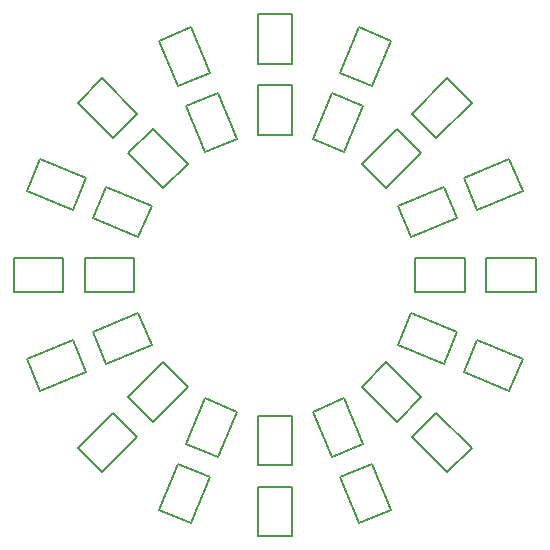
<source format=gto>
G04*
G04 #@! TF.GenerationSoftware,Altium Limited,CircuitStudio,1.5.2 (30)*
G04*
G04 Layer_Color=15065295*
%FSLAX25Y25*%
%MOIN*%
G70*
G01*
G75*
%ADD21C,0.00500*%
D21*
X696791Y800508D02*
X708209D01*
Y783972D02*
Y800508D01*
X696791Y783972D02*
X708209D01*
X696791D02*
Y800508D01*
X715155Y758969D02*
X725703Y754599D01*
X715155Y758969D02*
X721483Y774245D01*
X732031Y769876D01*
X725703Y754599D02*
X732031Y769876D01*
X696791Y776886D02*
X708209D01*
Y760350D02*
Y776886D01*
X696791Y760350D02*
X708209D01*
X696791D02*
Y776886D01*
X724194Y780793D02*
X734743Y776424D01*
X724194Y780793D02*
X730522Y796069D01*
X741071Y791700D01*
X734743Y776424D02*
X741071Y791700D01*
X759987Y779060D02*
X768060Y770987D01*
X756368Y759295D02*
X768060Y770987D01*
X748295Y767368D02*
X756368Y759295D01*
X748295Y767368D02*
X759987Y779060D01*
X743284Y762357D02*
X751357Y754284D01*
X739665Y742592D02*
X751357Y754284D01*
X731592Y750665D02*
X739665Y742592D01*
X731592Y750665D02*
X743284Y762357D01*
X743599Y736703D02*
X747969Y726155D01*
X743599Y736703D02*
X758876Y743031D01*
X763245Y732483D01*
X747969Y726155D02*
X763245Y732483D01*
X765423Y745743D02*
X769793Y735194D01*
X765423Y745743D02*
X780700Y752071D01*
X785069Y741522D01*
X769793Y735194D02*
X785069Y741522D01*
X789508Y707791D02*
Y719209D01*
X772972Y707791D02*
X789508D01*
X772972D02*
Y719209D01*
X789508D01*
X765886Y707791D02*
Y719209D01*
X749350Y707791D02*
X765886D01*
X749350D02*
Y719209D01*
X765886D01*
X743599Y690297D02*
X747969Y700845D01*
X763245Y694517D01*
X758876Y683969D02*
X763245Y694517D01*
X743599Y690297D02*
X758876Y683969D01*
X765423Y681257D02*
X769793Y691806D01*
X785069Y685478D01*
X780700Y674929D02*
X785069Y685478D01*
X765423Y681257D02*
X780700Y674929D01*
X759987Y647940D02*
X768060Y656013D01*
X748295Y659632D02*
X759987Y647940D01*
X748295Y659632D02*
X756368Y667706D01*
X768060Y656013D01*
X743284Y664643D02*
X751357Y672716D01*
X731592Y676335D02*
X743284Y664643D01*
X731592Y676335D02*
X739665Y684408D01*
X751357Y672716D01*
X715155Y668031D02*
X725703Y672401D01*
X732031Y657124D01*
X721483Y652755D02*
X732031Y657124D01*
X715155Y668031D02*
X721483Y652755D01*
X724194Y646207D02*
X734743Y650576D01*
X741071Y635300D01*
X730522Y630931D02*
X741071Y635300D01*
X724194Y646207D02*
X730522Y630931D01*
X696791Y626492D02*
X708209D01*
X696791D02*
Y643028D01*
X708209D01*
Y626492D02*
Y643028D01*
X696791Y650114D02*
X708209D01*
X696791D02*
Y666650D01*
X708209D01*
Y650114D02*
Y666650D01*
X679297Y672401D02*
X689845Y668031D01*
X683517Y652755D02*
X689845Y668031D01*
X672969Y657124D02*
X683517Y652755D01*
X672969Y657124D02*
X679297Y672401D01*
X670257Y650576D02*
X680805Y646207D01*
X674478Y630931D02*
X680805Y646207D01*
X663929Y635300D02*
X674478Y630931D01*
X663929Y635300D02*
X670257Y650576D01*
X636940Y656013D02*
X645013Y647940D01*
X636940Y656013D02*
X648632Y667705D01*
X656705Y659632D01*
X645013Y647940D02*
X656705Y659632D01*
X653643Y672716D02*
X661716Y664643D01*
X653643Y672716D02*
X665335Y684408D01*
X673408Y676335D01*
X661716Y664643D02*
X673408Y676335D01*
X657031Y700845D02*
X661401Y690297D01*
X646124Y683969D02*
X661401Y690297D01*
X641755Y694517D02*
X646124Y683969D01*
X641755Y694517D02*
X657031Y700845D01*
X635207Y691806D02*
X639576Y681257D01*
X624300Y674929D02*
X639576Y681257D01*
X619931Y685478D02*
X624300Y674929D01*
X619931Y685478D02*
X635207Y691806D01*
X615492Y707791D02*
Y719209D01*
X632028D01*
Y707791D02*
Y719209D01*
X615492Y707791D02*
X632028D01*
X639114D02*
Y719209D01*
X655650D01*
Y707791D02*
Y719209D01*
X639114Y707791D02*
X655650D01*
X657031Y726155D02*
X661401Y736703D01*
X641754Y732483D02*
X657031Y726155D01*
X641754Y732483D02*
X646124Y743031D01*
X661401Y736703D01*
X635207Y735194D02*
X639577Y745743D01*
X619931Y741522D02*
X635207Y735194D01*
X619931Y741522D02*
X624300Y752071D01*
X639577Y745743D01*
X636939Y770987D02*
X645013Y779061D01*
X656705Y767368D01*
X648632Y759295D02*
X656705Y767368D01*
X636939Y770987D02*
X648632Y759295D01*
X653643Y754284D02*
X661716Y762357D01*
X673408Y750665D01*
X665335Y742592D02*
X673408Y750665D01*
X653643Y754284D02*
X665335Y742592D01*
X679297Y754600D02*
X689845Y758969D01*
X672969Y769876D02*
X679297Y754600D01*
X672969Y769876D02*
X683517Y774246D01*
X689845Y758969D01*
X670257Y776423D02*
X680805Y780793D01*
X663929Y791700D02*
X670257Y776423D01*
X663929Y791700D02*
X674478Y796069D01*
X680805Y780793D01*
M02*

</source>
